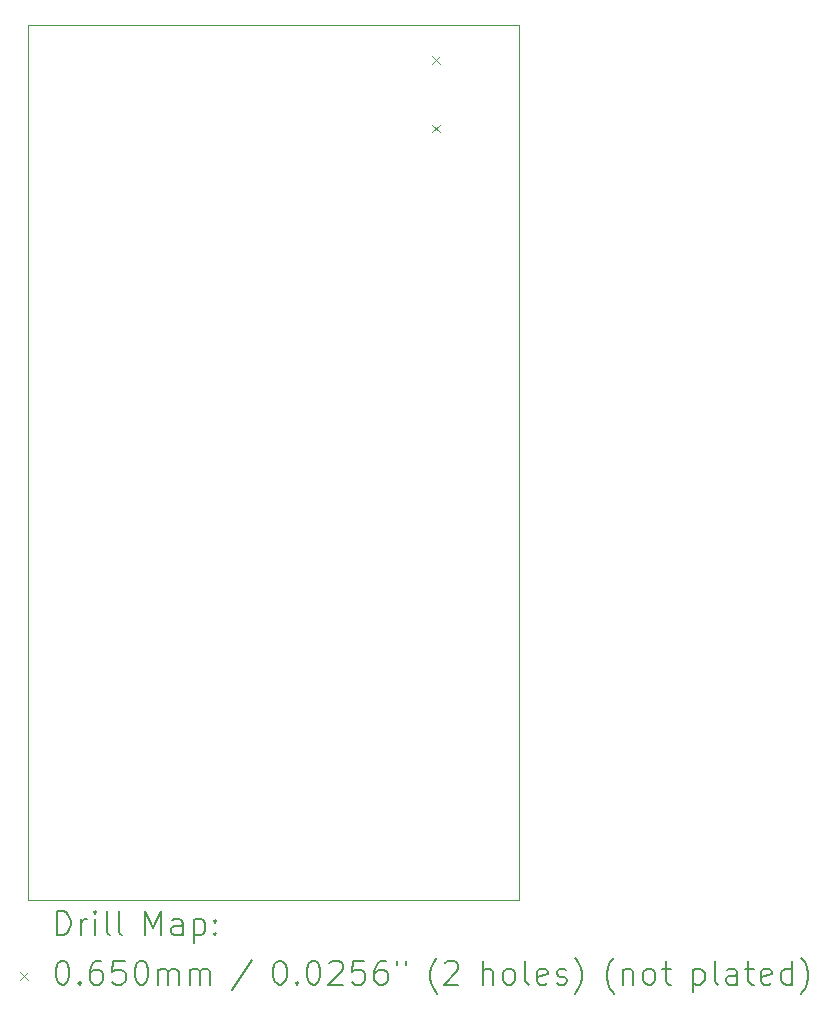
<source format=gbr>
%TF.GenerationSoftware,KiCad,Pcbnew,(7.0.0)*%
%TF.CreationDate,2023-05-25T13:50:03-05:00*%
%TF.ProjectId,Emrick,456d7269-636b-42e6-9b69-6361645f7063,3*%
%TF.SameCoordinates,Original*%
%TF.FileFunction,Drillmap*%
%TF.FilePolarity,Positive*%
%FSLAX45Y45*%
G04 Gerber Fmt 4.5, Leading zero omitted, Abs format (unit mm)*
G04 Created by KiCad (PCBNEW (7.0.0)) date 2023-05-25 13:50:03*
%MOMM*%
%LPD*%
G01*
G04 APERTURE LIST*
%ADD10C,0.100000*%
%ADD11C,0.200000*%
%ADD12C,0.065000*%
G04 APERTURE END LIST*
D10*
X12320000Y-1695000D02*
X12320000Y-9103250D01*
X8170000Y-1695000D02*
X12320000Y-1695000D01*
X8170000Y-9103250D02*
X8170000Y-1695000D01*
X8170000Y-9103250D02*
X12320000Y-9103250D01*
D11*
D12*
X11587000Y-1963500D02*
X11652000Y-2028500D01*
X11652000Y-1963500D02*
X11587000Y-2028500D01*
X11587000Y-2541500D02*
X11652000Y-2606500D01*
X11652000Y-2541500D02*
X11587000Y-2606500D01*
D11*
X8412619Y-9401726D02*
X8412619Y-9201726D01*
X8412619Y-9201726D02*
X8460238Y-9201726D01*
X8460238Y-9201726D02*
X8488810Y-9211250D01*
X8488810Y-9211250D02*
X8507857Y-9230298D01*
X8507857Y-9230298D02*
X8517381Y-9249345D01*
X8517381Y-9249345D02*
X8526905Y-9287440D01*
X8526905Y-9287440D02*
X8526905Y-9316012D01*
X8526905Y-9316012D02*
X8517381Y-9354107D01*
X8517381Y-9354107D02*
X8507857Y-9373155D01*
X8507857Y-9373155D02*
X8488810Y-9392202D01*
X8488810Y-9392202D02*
X8460238Y-9401726D01*
X8460238Y-9401726D02*
X8412619Y-9401726D01*
X8612619Y-9401726D02*
X8612619Y-9268393D01*
X8612619Y-9306488D02*
X8622143Y-9287440D01*
X8622143Y-9287440D02*
X8631667Y-9277917D01*
X8631667Y-9277917D02*
X8650714Y-9268393D01*
X8650714Y-9268393D02*
X8669762Y-9268393D01*
X8736429Y-9401726D02*
X8736429Y-9268393D01*
X8736429Y-9201726D02*
X8726905Y-9211250D01*
X8726905Y-9211250D02*
X8736429Y-9220774D01*
X8736429Y-9220774D02*
X8745952Y-9211250D01*
X8745952Y-9211250D02*
X8736429Y-9201726D01*
X8736429Y-9201726D02*
X8736429Y-9220774D01*
X8860238Y-9401726D02*
X8841190Y-9392202D01*
X8841190Y-9392202D02*
X8831667Y-9373155D01*
X8831667Y-9373155D02*
X8831667Y-9201726D01*
X8965000Y-9401726D02*
X8945952Y-9392202D01*
X8945952Y-9392202D02*
X8936429Y-9373155D01*
X8936429Y-9373155D02*
X8936429Y-9201726D01*
X9161190Y-9401726D02*
X9161190Y-9201726D01*
X9161190Y-9201726D02*
X9227857Y-9344583D01*
X9227857Y-9344583D02*
X9294524Y-9201726D01*
X9294524Y-9201726D02*
X9294524Y-9401726D01*
X9475476Y-9401726D02*
X9475476Y-9296964D01*
X9475476Y-9296964D02*
X9465952Y-9277917D01*
X9465952Y-9277917D02*
X9446905Y-9268393D01*
X9446905Y-9268393D02*
X9408809Y-9268393D01*
X9408809Y-9268393D02*
X9389762Y-9277917D01*
X9475476Y-9392202D02*
X9456429Y-9401726D01*
X9456429Y-9401726D02*
X9408809Y-9401726D01*
X9408809Y-9401726D02*
X9389762Y-9392202D01*
X9389762Y-9392202D02*
X9380238Y-9373155D01*
X9380238Y-9373155D02*
X9380238Y-9354107D01*
X9380238Y-9354107D02*
X9389762Y-9335060D01*
X9389762Y-9335060D02*
X9408809Y-9325536D01*
X9408809Y-9325536D02*
X9456429Y-9325536D01*
X9456429Y-9325536D02*
X9475476Y-9316012D01*
X9570714Y-9268393D02*
X9570714Y-9468393D01*
X9570714Y-9277917D02*
X9589762Y-9268393D01*
X9589762Y-9268393D02*
X9627857Y-9268393D01*
X9627857Y-9268393D02*
X9646905Y-9277917D01*
X9646905Y-9277917D02*
X9656429Y-9287440D01*
X9656429Y-9287440D02*
X9665952Y-9306488D01*
X9665952Y-9306488D02*
X9665952Y-9363631D01*
X9665952Y-9363631D02*
X9656429Y-9382679D01*
X9656429Y-9382679D02*
X9646905Y-9392202D01*
X9646905Y-9392202D02*
X9627857Y-9401726D01*
X9627857Y-9401726D02*
X9589762Y-9401726D01*
X9589762Y-9401726D02*
X9570714Y-9392202D01*
X9751667Y-9382679D02*
X9761190Y-9392202D01*
X9761190Y-9392202D02*
X9751667Y-9401726D01*
X9751667Y-9401726D02*
X9742143Y-9392202D01*
X9742143Y-9392202D02*
X9751667Y-9382679D01*
X9751667Y-9382679D02*
X9751667Y-9401726D01*
X9751667Y-9277917D02*
X9761190Y-9287440D01*
X9761190Y-9287440D02*
X9751667Y-9296964D01*
X9751667Y-9296964D02*
X9742143Y-9287440D01*
X9742143Y-9287440D02*
X9751667Y-9277917D01*
X9751667Y-9277917D02*
X9751667Y-9296964D01*
D12*
X8100000Y-9715750D02*
X8165000Y-9780750D01*
X8165000Y-9715750D02*
X8100000Y-9780750D01*
D11*
X8450714Y-9621726D02*
X8469762Y-9621726D01*
X8469762Y-9621726D02*
X8488810Y-9631250D01*
X8488810Y-9631250D02*
X8498333Y-9640774D01*
X8498333Y-9640774D02*
X8507857Y-9659821D01*
X8507857Y-9659821D02*
X8517381Y-9697917D01*
X8517381Y-9697917D02*
X8517381Y-9745536D01*
X8517381Y-9745536D02*
X8507857Y-9783631D01*
X8507857Y-9783631D02*
X8498333Y-9802679D01*
X8498333Y-9802679D02*
X8488810Y-9812202D01*
X8488810Y-9812202D02*
X8469762Y-9821726D01*
X8469762Y-9821726D02*
X8450714Y-9821726D01*
X8450714Y-9821726D02*
X8431667Y-9812202D01*
X8431667Y-9812202D02*
X8422143Y-9802679D01*
X8422143Y-9802679D02*
X8412619Y-9783631D01*
X8412619Y-9783631D02*
X8403095Y-9745536D01*
X8403095Y-9745536D02*
X8403095Y-9697917D01*
X8403095Y-9697917D02*
X8412619Y-9659821D01*
X8412619Y-9659821D02*
X8422143Y-9640774D01*
X8422143Y-9640774D02*
X8431667Y-9631250D01*
X8431667Y-9631250D02*
X8450714Y-9621726D01*
X8603095Y-9802679D02*
X8612619Y-9812202D01*
X8612619Y-9812202D02*
X8603095Y-9821726D01*
X8603095Y-9821726D02*
X8593571Y-9812202D01*
X8593571Y-9812202D02*
X8603095Y-9802679D01*
X8603095Y-9802679D02*
X8603095Y-9821726D01*
X8784048Y-9621726D02*
X8745952Y-9621726D01*
X8745952Y-9621726D02*
X8726905Y-9631250D01*
X8726905Y-9631250D02*
X8717381Y-9640774D01*
X8717381Y-9640774D02*
X8698333Y-9669345D01*
X8698333Y-9669345D02*
X8688810Y-9707440D01*
X8688810Y-9707440D02*
X8688810Y-9783631D01*
X8688810Y-9783631D02*
X8698333Y-9802679D01*
X8698333Y-9802679D02*
X8707857Y-9812202D01*
X8707857Y-9812202D02*
X8726905Y-9821726D01*
X8726905Y-9821726D02*
X8765000Y-9821726D01*
X8765000Y-9821726D02*
X8784048Y-9812202D01*
X8784048Y-9812202D02*
X8793571Y-9802679D01*
X8793571Y-9802679D02*
X8803095Y-9783631D01*
X8803095Y-9783631D02*
X8803095Y-9736012D01*
X8803095Y-9736012D02*
X8793571Y-9716964D01*
X8793571Y-9716964D02*
X8784048Y-9707440D01*
X8784048Y-9707440D02*
X8765000Y-9697917D01*
X8765000Y-9697917D02*
X8726905Y-9697917D01*
X8726905Y-9697917D02*
X8707857Y-9707440D01*
X8707857Y-9707440D02*
X8698333Y-9716964D01*
X8698333Y-9716964D02*
X8688810Y-9736012D01*
X8984048Y-9621726D02*
X8888810Y-9621726D01*
X8888810Y-9621726D02*
X8879286Y-9716964D01*
X8879286Y-9716964D02*
X8888810Y-9707440D01*
X8888810Y-9707440D02*
X8907857Y-9697917D01*
X8907857Y-9697917D02*
X8955476Y-9697917D01*
X8955476Y-9697917D02*
X8974524Y-9707440D01*
X8974524Y-9707440D02*
X8984048Y-9716964D01*
X8984048Y-9716964D02*
X8993571Y-9736012D01*
X8993571Y-9736012D02*
X8993571Y-9783631D01*
X8993571Y-9783631D02*
X8984048Y-9802679D01*
X8984048Y-9802679D02*
X8974524Y-9812202D01*
X8974524Y-9812202D02*
X8955476Y-9821726D01*
X8955476Y-9821726D02*
X8907857Y-9821726D01*
X8907857Y-9821726D02*
X8888810Y-9812202D01*
X8888810Y-9812202D02*
X8879286Y-9802679D01*
X9117381Y-9621726D02*
X9136429Y-9621726D01*
X9136429Y-9621726D02*
X9155476Y-9631250D01*
X9155476Y-9631250D02*
X9165000Y-9640774D01*
X9165000Y-9640774D02*
X9174524Y-9659821D01*
X9174524Y-9659821D02*
X9184048Y-9697917D01*
X9184048Y-9697917D02*
X9184048Y-9745536D01*
X9184048Y-9745536D02*
X9174524Y-9783631D01*
X9174524Y-9783631D02*
X9165000Y-9802679D01*
X9165000Y-9802679D02*
X9155476Y-9812202D01*
X9155476Y-9812202D02*
X9136429Y-9821726D01*
X9136429Y-9821726D02*
X9117381Y-9821726D01*
X9117381Y-9821726D02*
X9098333Y-9812202D01*
X9098333Y-9812202D02*
X9088810Y-9802679D01*
X9088810Y-9802679D02*
X9079286Y-9783631D01*
X9079286Y-9783631D02*
X9069762Y-9745536D01*
X9069762Y-9745536D02*
X9069762Y-9697917D01*
X9069762Y-9697917D02*
X9079286Y-9659821D01*
X9079286Y-9659821D02*
X9088810Y-9640774D01*
X9088810Y-9640774D02*
X9098333Y-9631250D01*
X9098333Y-9631250D02*
X9117381Y-9621726D01*
X9269762Y-9821726D02*
X9269762Y-9688393D01*
X9269762Y-9707440D02*
X9279286Y-9697917D01*
X9279286Y-9697917D02*
X9298333Y-9688393D01*
X9298333Y-9688393D02*
X9326905Y-9688393D01*
X9326905Y-9688393D02*
X9345952Y-9697917D01*
X9345952Y-9697917D02*
X9355476Y-9716964D01*
X9355476Y-9716964D02*
X9355476Y-9821726D01*
X9355476Y-9716964D02*
X9365000Y-9697917D01*
X9365000Y-9697917D02*
X9384048Y-9688393D01*
X9384048Y-9688393D02*
X9412619Y-9688393D01*
X9412619Y-9688393D02*
X9431667Y-9697917D01*
X9431667Y-9697917D02*
X9441191Y-9716964D01*
X9441191Y-9716964D02*
X9441191Y-9821726D01*
X9536429Y-9821726D02*
X9536429Y-9688393D01*
X9536429Y-9707440D02*
X9545952Y-9697917D01*
X9545952Y-9697917D02*
X9565000Y-9688393D01*
X9565000Y-9688393D02*
X9593572Y-9688393D01*
X9593572Y-9688393D02*
X9612619Y-9697917D01*
X9612619Y-9697917D02*
X9622143Y-9716964D01*
X9622143Y-9716964D02*
X9622143Y-9821726D01*
X9622143Y-9716964D02*
X9631667Y-9697917D01*
X9631667Y-9697917D02*
X9650714Y-9688393D01*
X9650714Y-9688393D02*
X9679286Y-9688393D01*
X9679286Y-9688393D02*
X9698333Y-9697917D01*
X9698333Y-9697917D02*
X9707857Y-9716964D01*
X9707857Y-9716964D02*
X9707857Y-9821726D01*
X10065952Y-9612202D02*
X9894524Y-9869345D01*
X10290714Y-9621726D02*
X10309762Y-9621726D01*
X10309762Y-9621726D02*
X10328810Y-9631250D01*
X10328810Y-9631250D02*
X10338333Y-9640774D01*
X10338333Y-9640774D02*
X10347857Y-9659821D01*
X10347857Y-9659821D02*
X10357381Y-9697917D01*
X10357381Y-9697917D02*
X10357381Y-9745536D01*
X10357381Y-9745536D02*
X10347857Y-9783631D01*
X10347857Y-9783631D02*
X10338333Y-9802679D01*
X10338333Y-9802679D02*
X10328810Y-9812202D01*
X10328810Y-9812202D02*
X10309762Y-9821726D01*
X10309762Y-9821726D02*
X10290714Y-9821726D01*
X10290714Y-9821726D02*
X10271667Y-9812202D01*
X10271667Y-9812202D02*
X10262143Y-9802679D01*
X10262143Y-9802679D02*
X10252619Y-9783631D01*
X10252619Y-9783631D02*
X10243095Y-9745536D01*
X10243095Y-9745536D02*
X10243095Y-9697917D01*
X10243095Y-9697917D02*
X10252619Y-9659821D01*
X10252619Y-9659821D02*
X10262143Y-9640774D01*
X10262143Y-9640774D02*
X10271667Y-9631250D01*
X10271667Y-9631250D02*
X10290714Y-9621726D01*
X10443095Y-9802679D02*
X10452619Y-9812202D01*
X10452619Y-9812202D02*
X10443095Y-9821726D01*
X10443095Y-9821726D02*
X10433572Y-9812202D01*
X10433572Y-9812202D02*
X10443095Y-9802679D01*
X10443095Y-9802679D02*
X10443095Y-9821726D01*
X10576429Y-9621726D02*
X10595476Y-9621726D01*
X10595476Y-9621726D02*
X10614524Y-9631250D01*
X10614524Y-9631250D02*
X10624048Y-9640774D01*
X10624048Y-9640774D02*
X10633572Y-9659821D01*
X10633572Y-9659821D02*
X10643095Y-9697917D01*
X10643095Y-9697917D02*
X10643095Y-9745536D01*
X10643095Y-9745536D02*
X10633572Y-9783631D01*
X10633572Y-9783631D02*
X10624048Y-9802679D01*
X10624048Y-9802679D02*
X10614524Y-9812202D01*
X10614524Y-9812202D02*
X10595476Y-9821726D01*
X10595476Y-9821726D02*
X10576429Y-9821726D01*
X10576429Y-9821726D02*
X10557381Y-9812202D01*
X10557381Y-9812202D02*
X10547857Y-9802679D01*
X10547857Y-9802679D02*
X10538333Y-9783631D01*
X10538333Y-9783631D02*
X10528810Y-9745536D01*
X10528810Y-9745536D02*
X10528810Y-9697917D01*
X10528810Y-9697917D02*
X10538333Y-9659821D01*
X10538333Y-9659821D02*
X10547857Y-9640774D01*
X10547857Y-9640774D02*
X10557381Y-9631250D01*
X10557381Y-9631250D02*
X10576429Y-9621726D01*
X10719286Y-9640774D02*
X10728810Y-9631250D01*
X10728810Y-9631250D02*
X10747857Y-9621726D01*
X10747857Y-9621726D02*
X10795476Y-9621726D01*
X10795476Y-9621726D02*
X10814524Y-9631250D01*
X10814524Y-9631250D02*
X10824048Y-9640774D01*
X10824048Y-9640774D02*
X10833572Y-9659821D01*
X10833572Y-9659821D02*
X10833572Y-9678869D01*
X10833572Y-9678869D02*
X10824048Y-9707440D01*
X10824048Y-9707440D02*
X10709762Y-9821726D01*
X10709762Y-9821726D02*
X10833572Y-9821726D01*
X11014524Y-9621726D02*
X10919286Y-9621726D01*
X10919286Y-9621726D02*
X10909762Y-9716964D01*
X10909762Y-9716964D02*
X10919286Y-9707440D01*
X10919286Y-9707440D02*
X10938333Y-9697917D01*
X10938333Y-9697917D02*
X10985953Y-9697917D01*
X10985953Y-9697917D02*
X11005000Y-9707440D01*
X11005000Y-9707440D02*
X11014524Y-9716964D01*
X11014524Y-9716964D02*
X11024048Y-9736012D01*
X11024048Y-9736012D02*
X11024048Y-9783631D01*
X11024048Y-9783631D02*
X11014524Y-9802679D01*
X11014524Y-9802679D02*
X11005000Y-9812202D01*
X11005000Y-9812202D02*
X10985953Y-9821726D01*
X10985953Y-9821726D02*
X10938333Y-9821726D01*
X10938333Y-9821726D02*
X10919286Y-9812202D01*
X10919286Y-9812202D02*
X10909762Y-9802679D01*
X11195476Y-9621726D02*
X11157381Y-9621726D01*
X11157381Y-9621726D02*
X11138333Y-9631250D01*
X11138333Y-9631250D02*
X11128810Y-9640774D01*
X11128810Y-9640774D02*
X11109762Y-9669345D01*
X11109762Y-9669345D02*
X11100238Y-9707440D01*
X11100238Y-9707440D02*
X11100238Y-9783631D01*
X11100238Y-9783631D02*
X11109762Y-9802679D01*
X11109762Y-9802679D02*
X11119286Y-9812202D01*
X11119286Y-9812202D02*
X11138333Y-9821726D01*
X11138333Y-9821726D02*
X11176429Y-9821726D01*
X11176429Y-9821726D02*
X11195476Y-9812202D01*
X11195476Y-9812202D02*
X11205000Y-9802679D01*
X11205000Y-9802679D02*
X11214524Y-9783631D01*
X11214524Y-9783631D02*
X11214524Y-9736012D01*
X11214524Y-9736012D02*
X11205000Y-9716964D01*
X11205000Y-9716964D02*
X11195476Y-9707440D01*
X11195476Y-9707440D02*
X11176429Y-9697917D01*
X11176429Y-9697917D02*
X11138333Y-9697917D01*
X11138333Y-9697917D02*
X11119286Y-9707440D01*
X11119286Y-9707440D02*
X11109762Y-9716964D01*
X11109762Y-9716964D02*
X11100238Y-9736012D01*
X11290714Y-9621726D02*
X11290714Y-9659821D01*
X11366905Y-9621726D02*
X11366905Y-9659821D01*
X11629762Y-9897917D02*
X11620238Y-9888393D01*
X11620238Y-9888393D02*
X11601191Y-9859821D01*
X11601191Y-9859821D02*
X11591667Y-9840774D01*
X11591667Y-9840774D02*
X11582143Y-9812202D01*
X11582143Y-9812202D02*
X11572619Y-9764583D01*
X11572619Y-9764583D02*
X11572619Y-9726488D01*
X11572619Y-9726488D02*
X11582143Y-9678869D01*
X11582143Y-9678869D02*
X11591667Y-9650298D01*
X11591667Y-9650298D02*
X11601191Y-9631250D01*
X11601191Y-9631250D02*
X11620238Y-9602679D01*
X11620238Y-9602679D02*
X11629762Y-9593155D01*
X11696429Y-9640774D02*
X11705952Y-9631250D01*
X11705952Y-9631250D02*
X11725000Y-9621726D01*
X11725000Y-9621726D02*
X11772619Y-9621726D01*
X11772619Y-9621726D02*
X11791667Y-9631250D01*
X11791667Y-9631250D02*
X11801191Y-9640774D01*
X11801191Y-9640774D02*
X11810714Y-9659821D01*
X11810714Y-9659821D02*
X11810714Y-9678869D01*
X11810714Y-9678869D02*
X11801191Y-9707440D01*
X11801191Y-9707440D02*
X11686905Y-9821726D01*
X11686905Y-9821726D02*
X11810714Y-9821726D01*
X12016429Y-9821726D02*
X12016429Y-9621726D01*
X12102143Y-9821726D02*
X12102143Y-9716964D01*
X12102143Y-9716964D02*
X12092619Y-9697917D01*
X12092619Y-9697917D02*
X12073572Y-9688393D01*
X12073572Y-9688393D02*
X12045000Y-9688393D01*
X12045000Y-9688393D02*
X12025952Y-9697917D01*
X12025952Y-9697917D02*
X12016429Y-9707440D01*
X12225952Y-9821726D02*
X12206905Y-9812202D01*
X12206905Y-9812202D02*
X12197381Y-9802679D01*
X12197381Y-9802679D02*
X12187857Y-9783631D01*
X12187857Y-9783631D02*
X12187857Y-9726488D01*
X12187857Y-9726488D02*
X12197381Y-9707440D01*
X12197381Y-9707440D02*
X12206905Y-9697917D01*
X12206905Y-9697917D02*
X12225952Y-9688393D01*
X12225952Y-9688393D02*
X12254524Y-9688393D01*
X12254524Y-9688393D02*
X12273572Y-9697917D01*
X12273572Y-9697917D02*
X12283095Y-9707440D01*
X12283095Y-9707440D02*
X12292619Y-9726488D01*
X12292619Y-9726488D02*
X12292619Y-9783631D01*
X12292619Y-9783631D02*
X12283095Y-9802679D01*
X12283095Y-9802679D02*
X12273572Y-9812202D01*
X12273572Y-9812202D02*
X12254524Y-9821726D01*
X12254524Y-9821726D02*
X12225952Y-9821726D01*
X12406905Y-9821726D02*
X12387857Y-9812202D01*
X12387857Y-9812202D02*
X12378333Y-9793155D01*
X12378333Y-9793155D02*
X12378333Y-9621726D01*
X12559286Y-9812202D02*
X12540238Y-9821726D01*
X12540238Y-9821726D02*
X12502143Y-9821726D01*
X12502143Y-9821726D02*
X12483095Y-9812202D01*
X12483095Y-9812202D02*
X12473572Y-9793155D01*
X12473572Y-9793155D02*
X12473572Y-9716964D01*
X12473572Y-9716964D02*
X12483095Y-9697917D01*
X12483095Y-9697917D02*
X12502143Y-9688393D01*
X12502143Y-9688393D02*
X12540238Y-9688393D01*
X12540238Y-9688393D02*
X12559286Y-9697917D01*
X12559286Y-9697917D02*
X12568810Y-9716964D01*
X12568810Y-9716964D02*
X12568810Y-9736012D01*
X12568810Y-9736012D02*
X12473572Y-9755060D01*
X12645000Y-9812202D02*
X12664048Y-9821726D01*
X12664048Y-9821726D02*
X12702143Y-9821726D01*
X12702143Y-9821726D02*
X12721191Y-9812202D01*
X12721191Y-9812202D02*
X12730714Y-9793155D01*
X12730714Y-9793155D02*
X12730714Y-9783631D01*
X12730714Y-9783631D02*
X12721191Y-9764583D01*
X12721191Y-9764583D02*
X12702143Y-9755060D01*
X12702143Y-9755060D02*
X12673572Y-9755060D01*
X12673572Y-9755060D02*
X12654524Y-9745536D01*
X12654524Y-9745536D02*
X12645000Y-9726488D01*
X12645000Y-9726488D02*
X12645000Y-9716964D01*
X12645000Y-9716964D02*
X12654524Y-9697917D01*
X12654524Y-9697917D02*
X12673572Y-9688393D01*
X12673572Y-9688393D02*
X12702143Y-9688393D01*
X12702143Y-9688393D02*
X12721191Y-9697917D01*
X12797381Y-9897917D02*
X12806905Y-9888393D01*
X12806905Y-9888393D02*
X12825953Y-9859821D01*
X12825953Y-9859821D02*
X12835476Y-9840774D01*
X12835476Y-9840774D02*
X12845000Y-9812202D01*
X12845000Y-9812202D02*
X12854524Y-9764583D01*
X12854524Y-9764583D02*
X12854524Y-9726488D01*
X12854524Y-9726488D02*
X12845000Y-9678869D01*
X12845000Y-9678869D02*
X12835476Y-9650298D01*
X12835476Y-9650298D02*
X12825953Y-9631250D01*
X12825953Y-9631250D02*
X12806905Y-9602679D01*
X12806905Y-9602679D02*
X12797381Y-9593155D01*
X13126905Y-9897917D02*
X13117381Y-9888393D01*
X13117381Y-9888393D02*
X13098333Y-9859821D01*
X13098333Y-9859821D02*
X13088810Y-9840774D01*
X13088810Y-9840774D02*
X13079286Y-9812202D01*
X13079286Y-9812202D02*
X13069762Y-9764583D01*
X13069762Y-9764583D02*
X13069762Y-9726488D01*
X13069762Y-9726488D02*
X13079286Y-9678869D01*
X13079286Y-9678869D02*
X13088810Y-9650298D01*
X13088810Y-9650298D02*
X13098333Y-9631250D01*
X13098333Y-9631250D02*
X13117381Y-9602679D01*
X13117381Y-9602679D02*
X13126905Y-9593155D01*
X13203095Y-9688393D02*
X13203095Y-9821726D01*
X13203095Y-9707440D02*
X13212619Y-9697917D01*
X13212619Y-9697917D02*
X13231667Y-9688393D01*
X13231667Y-9688393D02*
X13260238Y-9688393D01*
X13260238Y-9688393D02*
X13279286Y-9697917D01*
X13279286Y-9697917D02*
X13288810Y-9716964D01*
X13288810Y-9716964D02*
X13288810Y-9821726D01*
X13412619Y-9821726D02*
X13393572Y-9812202D01*
X13393572Y-9812202D02*
X13384048Y-9802679D01*
X13384048Y-9802679D02*
X13374524Y-9783631D01*
X13374524Y-9783631D02*
X13374524Y-9726488D01*
X13374524Y-9726488D02*
X13384048Y-9707440D01*
X13384048Y-9707440D02*
X13393572Y-9697917D01*
X13393572Y-9697917D02*
X13412619Y-9688393D01*
X13412619Y-9688393D02*
X13441191Y-9688393D01*
X13441191Y-9688393D02*
X13460238Y-9697917D01*
X13460238Y-9697917D02*
X13469762Y-9707440D01*
X13469762Y-9707440D02*
X13479286Y-9726488D01*
X13479286Y-9726488D02*
X13479286Y-9783631D01*
X13479286Y-9783631D02*
X13469762Y-9802679D01*
X13469762Y-9802679D02*
X13460238Y-9812202D01*
X13460238Y-9812202D02*
X13441191Y-9821726D01*
X13441191Y-9821726D02*
X13412619Y-9821726D01*
X13536429Y-9688393D02*
X13612619Y-9688393D01*
X13565000Y-9621726D02*
X13565000Y-9793155D01*
X13565000Y-9793155D02*
X13574524Y-9812202D01*
X13574524Y-9812202D02*
X13593572Y-9821726D01*
X13593572Y-9821726D02*
X13612619Y-9821726D01*
X13799286Y-9688393D02*
X13799286Y-9888393D01*
X13799286Y-9697917D02*
X13818333Y-9688393D01*
X13818333Y-9688393D02*
X13856429Y-9688393D01*
X13856429Y-9688393D02*
X13875476Y-9697917D01*
X13875476Y-9697917D02*
X13885000Y-9707440D01*
X13885000Y-9707440D02*
X13894524Y-9726488D01*
X13894524Y-9726488D02*
X13894524Y-9783631D01*
X13894524Y-9783631D02*
X13885000Y-9802679D01*
X13885000Y-9802679D02*
X13875476Y-9812202D01*
X13875476Y-9812202D02*
X13856429Y-9821726D01*
X13856429Y-9821726D02*
X13818333Y-9821726D01*
X13818333Y-9821726D02*
X13799286Y-9812202D01*
X14008810Y-9821726D02*
X13989762Y-9812202D01*
X13989762Y-9812202D02*
X13980238Y-9793155D01*
X13980238Y-9793155D02*
X13980238Y-9621726D01*
X14170714Y-9821726D02*
X14170714Y-9716964D01*
X14170714Y-9716964D02*
X14161191Y-9697917D01*
X14161191Y-9697917D02*
X14142143Y-9688393D01*
X14142143Y-9688393D02*
X14104048Y-9688393D01*
X14104048Y-9688393D02*
X14085000Y-9697917D01*
X14170714Y-9812202D02*
X14151667Y-9821726D01*
X14151667Y-9821726D02*
X14104048Y-9821726D01*
X14104048Y-9821726D02*
X14085000Y-9812202D01*
X14085000Y-9812202D02*
X14075476Y-9793155D01*
X14075476Y-9793155D02*
X14075476Y-9774107D01*
X14075476Y-9774107D02*
X14085000Y-9755060D01*
X14085000Y-9755060D02*
X14104048Y-9745536D01*
X14104048Y-9745536D02*
X14151667Y-9745536D01*
X14151667Y-9745536D02*
X14170714Y-9736012D01*
X14237381Y-9688393D02*
X14313572Y-9688393D01*
X14265953Y-9621726D02*
X14265953Y-9793155D01*
X14265953Y-9793155D02*
X14275476Y-9812202D01*
X14275476Y-9812202D02*
X14294524Y-9821726D01*
X14294524Y-9821726D02*
X14313572Y-9821726D01*
X14456429Y-9812202D02*
X14437381Y-9821726D01*
X14437381Y-9821726D02*
X14399286Y-9821726D01*
X14399286Y-9821726D02*
X14380238Y-9812202D01*
X14380238Y-9812202D02*
X14370714Y-9793155D01*
X14370714Y-9793155D02*
X14370714Y-9716964D01*
X14370714Y-9716964D02*
X14380238Y-9697917D01*
X14380238Y-9697917D02*
X14399286Y-9688393D01*
X14399286Y-9688393D02*
X14437381Y-9688393D01*
X14437381Y-9688393D02*
X14456429Y-9697917D01*
X14456429Y-9697917D02*
X14465953Y-9716964D01*
X14465953Y-9716964D02*
X14465953Y-9736012D01*
X14465953Y-9736012D02*
X14370714Y-9755060D01*
X14637381Y-9821726D02*
X14637381Y-9621726D01*
X14637381Y-9812202D02*
X14618334Y-9821726D01*
X14618334Y-9821726D02*
X14580238Y-9821726D01*
X14580238Y-9821726D02*
X14561191Y-9812202D01*
X14561191Y-9812202D02*
X14551667Y-9802679D01*
X14551667Y-9802679D02*
X14542143Y-9783631D01*
X14542143Y-9783631D02*
X14542143Y-9726488D01*
X14542143Y-9726488D02*
X14551667Y-9707440D01*
X14551667Y-9707440D02*
X14561191Y-9697917D01*
X14561191Y-9697917D02*
X14580238Y-9688393D01*
X14580238Y-9688393D02*
X14618334Y-9688393D01*
X14618334Y-9688393D02*
X14637381Y-9697917D01*
X14713572Y-9897917D02*
X14723095Y-9888393D01*
X14723095Y-9888393D02*
X14742143Y-9859821D01*
X14742143Y-9859821D02*
X14751667Y-9840774D01*
X14751667Y-9840774D02*
X14761191Y-9812202D01*
X14761191Y-9812202D02*
X14770714Y-9764583D01*
X14770714Y-9764583D02*
X14770714Y-9726488D01*
X14770714Y-9726488D02*
X14761191Y-9678869D01*
X14761191Y-9678869D02*
X14751667Y-9650298D01*
X14751667Y-9650298D02*
X14742143Y-9631250D01*
X14742143Y-9631250D02*
X14723095Y-9602679D01*
X14723095Y-9602679D02*
X14713572Y-9593155D01*
M02*

</source>
